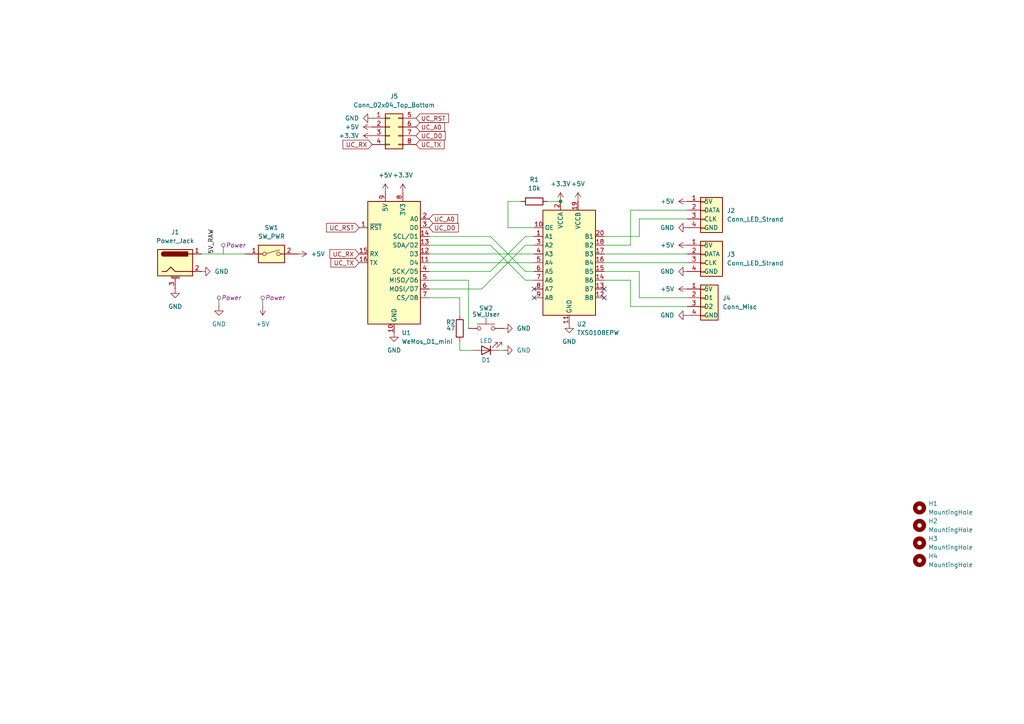
<source format=kicad_sch>
(kicad_sch (version 20231120) (generator "eeschema") (generator_version "8.0")
  (paper "A4")
  (title_block (title "Fairy Lights") (date "2024-11-08") (rev "1") (company "WASPS"))
  (lib_symbols
    (symbol "Connector_Generic:Conn_02x04_Top_Bottom" (pin_names (offset 1.016) hide)
      (property "Reference" "J" (at 1.27 5.08 0))
      (property "Value" "Conn_02x04_Top_Bottom" (at 1.27 -7.62 0))
      (symbol "Conn_02x04_Top_Bottom_1_1"
        (rectangle (start -1.27 -4.953) (end 0 -5.207) (stroke (width 0.1524)))
        (rectangle (start -1.27 -2.413) (end 0 -2.667) (stroke (width 0.1524)))
        (rectangle (start -1.27 0.127) (end 0 -0.127) (stroke (width 0.1524)))
        (rectangle (start -1.27 2.667) (end 0 2.413) (stroke (width 0.1524)))
        (rectangle (start -1.27 3.81) (end 3.81 -6.35) (stroke (width 0.254)) (fill (type background)))
        (rectangle (start 3.81 -4.953) (end 2.54 -5.207) (stroke (width 0.1524)))
        (rectangle (start 3.81 -2.413) (end 2.54 -2.667) (stroke (width 0.1524)))
        (rectangle (start 3.81 0.127) (end 2.54 -0.127) (stroke (width 0.1524)))
        (rectangle (start 3.81 2.667) (end 2.54 2.413) (stroke (width 0.1524)))
        (pin passive line (at -5.08 2.54 0) (length 3.81) (name "Pin_1") (number "1"))
        (pin passive line (at -5.08 0 0) (length 3.81) (name "Pin_2") (number "2"))
        (pin passive line (at -5.08 -2.54 0) (length 3.81) (name "Pin_3") (number "3"))
        (pin passive line (at -5.08 -5.08 0) (length 3.81) (name "Pin_4") (number "4"))
        (pin passive line (at 7.62 2.54 180) (length 3.81) (name "Pin_5") (number "5"))
        (pin passive line (at 7.62 0 180) (length 3.81) (name "Pin_6") (number "6"))
        (pin passive line (at 7.62 -2.54 180) (length 3.81) (name "Pin_7") (number "7"))
        (pin passive line (at 7.62 -5.08 180) (length 3.81) (name "Pin_8") (number "8"))
      )
    )
    (symbol "CustomSymbols:Conn_LED_Strand" (pin_names (offset 1.016))
      (property "Reference" "J" (at 1.27 6.35 0))
      (property "Value" "Conn_LED_Strand" (at 1.27 -6.35 0))
      (symbol "Conn_LED_Strand_1_1"
        (rectangle (start 0 -3.81) (end 1.27 -4.064) (stroke (width 0.1524)))
        (rectangle (start 0 -1.27) (end 1.27 -1.524) (stroke (width 0.1524)))
        (rectangle (start 0 1.27) (end 1.27 1.016) (stroke (width 0.1524)))
        (rectangle (start 0 3.81) (end 1.27 3.556) (stroke (width 0.1524)))
        (rectangle (start 0 4.953) (end 6.35 -5.207) (stroke (width 0.254)) (fill (type background)))
        (pin passive line (at -3.81 3.81 0) (length 3.81) (name "5V") (number "1"))
        (pin passive line (at -3.81 1.27 0) (length 3.81) (name "DATA") (number "2"))
        (pin passive line (at -3.81 -1.27 0) (length 3.81) (name "CLK") (number "3"))
        (pin passive line (at -3.81 -3.81 0) (length 3.81) (name "GND") (number "4"))
      )
    )
    (symbol "CustomSymbols:Conn_Misc" (pin_names (offset 1.016))
      (property "Reference" "J" (at 1.27 6.35 0))
      (property "Value" "Conn_Misc" (at 1.27 -6.35 0))
      (symbol "Conn_Misc_1_1"
        (rectangle (start 0 -3.81) (end 1.27 -4.064) (stroke (width 0.1524)))
        (rectangle (start 0 -1.27) (end 1.27 -1.524) (stroke (width 0.1524)))
        (rectangle (start 0 1.27) (end 1.27 1.016) (stroke (width 0.1524)))
        (rectangle (start 0 3.81) (end 1.27 3.556) (stroke (width 0.1524)))
        (rectangle (start 0 4.953) (end 5.08 -5.207) (stroke (width 0.254)) (fill (type background)))
        (pin passive line (at -3.81 3.81 0) (length 3.81) (name "5V") (number "1"))
        (pin passive line (at -3.81 1.27 0) (length 3.81) (name "D1") (number "2"))
        (pin passive line (at -3.81 -1.27 0) (length 3.81) (name "D2") (number "3"))
        (pin passive line (at -3.81 -3.81 0) (length 3.81) (name "GND") (number "4"))
      )
    )
    (symbol "CustomSymbols:Power_Jack" (pin_names hide)
      (property "Reference" "J1" (at 0 8.89 0))
      (property "Value" "Power_Jack" (at 0 6.35 0))
      (symbol "Power_Jack_0_1"
        (rectangle (start -5.08 3.81) (end 5.08 -3.81) (stroke (width 0.254)) (fill (type background)))
        (arc (start -3.302 3.175) (mid -3.9343 2.54) (end -3.302 1.905) (stroke (width 0.254)))
        (arc (start -3.302 3.175) (mid -3.9343 2.54) (end -3.302 1.905) (stroke (width 0.254)) (fill (type outline)))
        (polyline (pts (xy 5.08 2.54) (xy 3.81 2.54)) (stroke (width 0.254)))
        (polyline (pts (xy -3.81 -2.54) (xy -2.54 -2.54) (xy -1.27 -1.27) (xy 0 -2.54) (xy 2.54 -2.54) (xy 5.08 -2.54)) (stroke (width 0.254)))
        (rectangle (start 3.683 3.175) (end -3.302 1.905) (stroke (width 0.254)) (fill (type outline)))
      )
      (symbol "Power_Jack_1_1"
        (polyline (pts (xy -1.016 -4.572) (xy 1.016 -4.572)) (stroke (width 0.1524)))
        (text "Mounting" (at 0 -4.191 0) (effects (font (size 0.381 0.381))))
        (pin power_out line (at 7.62 2.54 180) (length 2.54) (name "~") (number "1"))
        (pin power_out line (at 7.62 -2.54 180) (length 2.54) (name "~") (number "2"))
        (pin free line (at 0 -7.62 90) (length 3.048) (name "MP") (number "3"))
      )
    )
    (symbol "CustomSymbols:SW_PWR" (pin_names (offset 0) hide)
      (property "Reference" "SW" (at 0 3.81 0))
      (property "Value" "SW_PWR" (at 0 -3.81 0))
      (symbol "SW_PWR_0_0"
        (circle (center -2.032 0) (radius 0.508))
        (polyline (pts (xy -1.524 0.127) (xy 2.3622 1.1684)))
        (circle (center 2.032 0) (radius 0.508))
      )
      (symbol "SW_PWR_0_1"
        (rectangle (start -3.81 2.54) (end 3.81 -2.54) (stroke (width 0.254)) (fill (type background)))
      )
      (symbol "SW_PWR_1_1"
        (pin power_in line (at -7.62 0 0) (length 5.08) (name "~") (number "1"))
        (pin power_out line (at 7.62 0 180) (length 5.08) (name "~") (number "2"))
      )
    )
    (symbol "CustomSymbols:TXS0108EPW"
      (property "Reference" "U" (at -6.35 16.51 0))
      (property "Value" "TXS0108EPW" (at 3.81 16.51 0))
      (symbol "TXS0108EPW_0_1"
        (rectangle (start -7.62 15.24) (end 7.62 -15.24) (stroke (width 0.254)) (fill (type background)))
      )
      (symbol "TXS0108EPW_1_1"
        (pin bidirectional line (at -10.16 7.62 0) (length 2.54) (name "A1") (number "1"))
        (pin input line (at -10.16 10.16 0) (length 2.54) (name "OE") (number "10"))
        (pin power_in line (at 0 -17.78 90) (length 2.54) (name "GND") (number "11"))
        (pin bidirectional line (at 10.16 -10.16 180) (length 2.54) (name "B8") (number "12"))
        (pin bidirectional line (at 10.16 -7.62 180) (length 2.54) (name "B7") (number "13"))
        (pin bidirectional line (at 10.16 -5.08 180) (length 2.54) (name "B6") (number "14"))
        (pin bidirectional line (at 10.16 -2.54 180) (length 2.54) (name "B5") (number "15"))
        (pin bidirectional line (at 10.16 0 180) (length 2.54) (name "B4") (number "16"))
        (pin bidirectional line (at 10.16 2.54 180) (length 2.54) (name "B3") (number "17"))
        (pin bidirectional line (at 10.16 5.08 180) (length 2.54) (name "B2") (number "18"))
        (pin power_in line (at 2.54 17.78 270) (length 2.54) (name "VCCB") (number "19"))
        (pin power_in line (at -2.54 17.78 270) (length 2.54) (name "VCCA") (number "2"))
        (pin bidirectional line (at 10.16 7.62 180) (length 2.54) (name "B1") (number "20"))
        (pin bidirectional line (at -10.16 5.08 0) (length 2.54) (name "A2") (number "3"))
        (pin bidirectional line (at -10.16 2.54 0) (length 2.54) (name "A3") (number "4"))
        (pin bidirectional line (at -10.16 0 0) (length 2.54) (name "A4") (number "5"))
        (pin bidirectional line (at -10.16 -2.54 0) (length 2.54) (name "A5") (number "6"))
        (pin bidirectional line (at -10.16 -5.08 0) (length 2.54) (name "A6") (number "7"))
        (pin bidirectional line (at -10.16 -7.62 0) (length 2.54) (name "A7") (number "8"))
        (pin bidirectional line (at -10.16 -10.16 0) (length 2.54) (name "A8") (number "9"))
      )
    )
    (symbol "Device:LED" (pin_numbers hide) (pin_names (offset 1.016) hide)
      (property "Reference" "D" (at 0 2.54 0))
      (property "Value" "LED" (at 0 -2.54 0))
      (symbol "LED_0_1"
        (polyline (pts (xy -1.27 -1.27) (xy -1.27 1.27)) (stroke (width 0.254)))
        (polyline (pts (xy -1.27 0) (xy 1.27 0)))
        (polyline (pts (xy 1.27 -1.27) (xy 1.27 1.27) (xy -1.27 0) (xy 1.27 -1.27)) (stroke (width 0.254)))
        (polyline (pts (xy -3.048 -0.762) (xy -4.572 -2.286) (xy -3.81 -2.286) (xy -4.572 -2.286) (xy -4.572 -1.524)))
        (polyline (pts (xy -1.778 -0.762) (xy -3.302 -2.286) (xy -2.54 -2.286) (xy -3.302 -2.286) (xy -3.302 -1.524)))
      )
      (symbol "LED_1_1"
        (pin passive line (at -3.81 0 0) (length 2.54) (name "K") (number "1"))
        (pin passive line (at 3.81 0 180) (length 2.54) (name "A") (number "2"))
      )
    )
    (symbol "Device:R" (pin_numbers hide) (pin_names (offset 0))
      (property "Reference" "R" (at 2.032 0 90))
      (property "Value" "R" (at 0 0 90))
      (symbol "R_0_1"
        (rectangle (start -1.016 -2.54) (end 1.016 2.54) (stroke (width 0.254)))
      )
      (symbol "R_1_1"
        (pin passive line (at 0 3.81 270) (length 1.27) (name "~") (number "1"))
        (pin passive line (at 0 -3.81 90) (length 1.27) (name "~") (number "2"))
      )
    )
    (symbol "MCU_Module:WeMos_D1_mini"
      (property "Reference" "U" (at 3.81 19.05 0))
      (property "Value" "WeMos_D1_mini" (at 1.27 -19.05 0))
      (symbol "WeMos_D1_mini_1_1"
        (rectangle (start -7.62 17.78) (end 7.62 -17.78) (stroke (width 0.254)) (fill (type background)))
        (pin input line (at -10.16 10.16 0) (length 2.54) (name "~{RST}") (number "1"))
        (pin power_in line (at 0 -20.32 90) (length 2.54) (name "GND") (number "10"))
        (pin bidirectional line (at 10.16 0 180) (length 2.54) (name "D4") (number "11"))
        (pin bidirectional line (at 10.16 2.54 180) (length 2.54) (name "D3") (number "12"))
        (pin bidirectional line (at 10.16 5.08 180) (length 2.54) (name "SDA/D2") (number "13"))
        (pin bidirectional line (at 10.16 7.62 180) (length 2.54) (name "SCL/D1") (number "14"))
        (pin input line (at -10.16 2.54 0) (length 2.54) (name "RX") (number "15"))
        (pin output line (at -10.16 0 0) (length 2.54) (name "TX") (number "16"))
        (pin input line (at 10.16 12.7 180) (length 2.54) (name "A0") (number "2"))
        (pin bidirectional line (at 10.16 10.16 180) (length 2.54) (name "D0") (number "3"))
        (pin bidirectional line (at 10.16 -2.54 180) (length 2.54) (name "SCK/D5") (number "4"))
        (pin bidirectional line (at 10.16 -5.08 180) (length 2.54) (name "MISO/D6") (number "5"))
        (pin bidirectional line (at 10.16 -7.62 180) (length 2.54) (name "MOSI/D7") (number "6"))
        (pin bidirectional line (at 10.16 -10.16 180) (length 2.54) (name "CS/D8") (number "7"))
        (pin power_out line (at 2.54 20.32 270) (length 2.54) (name "3V3") (number "8"))
        (pin power_in line (at -2.54 20.32 270) (length 2.54) (name "5V") (number "9"))
      )
    )
    (symbol "Mechanical:MountingHole" (pin_names (offset 1.016)) (exclude_from_sim yes) (in_bom no)
      (property "Reference" "H" (at 0 5.08 0))
      (property "Value" "MountingHole" (at 0 3.175 0))
      (symbol "MountingHole_0_1"
        (circle (center 0 0) (radius 1.27) (stroke (width 1.27)))
      )
    )
    (symbol "Switch:SW_Push" (pin_numbers hide) (pin_names (offset 1.016) hide)
      (property "Reference" "SW" (at 1.27 2.54 0))
      (property "Value" "SW_Push" (at 0 -1.524 0))
      (symbol "SW_Push_0_1"
        (circle (center -2.032 0) (radius 0.508))
        (polyline (pts (xy 0 1.27) (xy 0 3.048)))
        (polyline (pts (xy 2.54 1.27) (xy -2.54 1.27)))
        (circle (center 2.032 0) (radius 0.508))
        (pin passive line (at -5.08 0 0) (length 2.54) (name "1") (number "1"))
        (pin passive line (at 5.08 0 180) (length 2.54) (name "2") (number "2"))
      )
    )
    (symbol "power:+3.3V" (power) (pin_numbers hide) (pin_names (offset 0) hide)
      (property "Value" "+3.3V" (at 0 3.556 0))
      (symbol "+3.3V_0_1"
        (polyline (pts (xy -0.762 1.27) (xy 0 2.54)))
        (polyline (pts (xy 0 0) (xy 0 2.54)))
        (polyline (pts (xy 0 2.54) (xy 0.762 1.27)))
      )
      (symbol "+3.3V_1_1"
        (pin power_in line (at 0 0 90) (length 0) (name "~") (number "1"))
      )
    )
    (symbol "power:+5V" (power) (pin_numbers hide) (pin_names (offset 0) hide)
      (property "Value" "+5V" (at 0 3.556 0))
      (symbol "+5V_0_1"
        (polyline (pts (xy -0.762 1.27) (xy 0 2.54)))
        (polyline (pts (xy 0 0) (xy 0 2.54)))
        (polyline (pts (xy 0 2.54) (xy 0.762 1.27)))
      )
      (symbol "+5V_1_1"
        (pin power_in line (at 0 0 90) (length 0) (name "~") (number "1"))
      )
    )
    (symbol "power:GND" (power) (pin_numbers hide) (pin_names (offset 0) hide)
      (property "Value" "GND" (at 0 -3.81 0))
      (symbol "GND_0_1"
        (polyline (pts (xy 0 0) (xy 0 -1.27) (xy 1.27 -1.27) (xy 0 -2.54) (xy -1.27 -1.27) (xy 0 -1.27)))
      )
      (symbol "GND_1_1"
        (pin power_in line (at 0 0 270) (length 0) (name "~") (number "1"))
      )
    )
  )
  (junction (at 162.56 58.42))
  (no_connect (at 154.94 83.82))
  (no_connect (at 154.94 86.36))
  (no_connect (at 175.26 83.82))
  (no_connect (at 175.26 86.36))
  (wire (pts (xy 147.32 66.04) (xy 154.94 66.04)))
  (wire (pts (xy 142.24 71.12) (xy 152.4 81.28)))
  (wire (pts (xy 147.32 58.42) (xy 151.13 58.42)))
  (wire (pts (xy 152.4 71.12) (xy 154.94 71.12)))
  (wire (pts (xy 124.46 81.28) (xy 135.89 81.28)))
  (wire (pts (xy 185.42 68.58) (xy 185.42 63.5)))
  (wire (pts (xy 175.26 78.74) (xy 185.42 78.74)))
  (wire (pts (xy 133.35 101.6) (xy 137.16 101.6)))
  (wire (pts (xy 185.42 78.74) (xy 185.42 86.36)))
  (wire (pts (xy 182.88 60.96) (xy 199.39 60.96)))
  (wire (pts (xy 175.26 68.58) (xy 185.42 68.58)))
  (wire (pts (xy 146.05 101.6) (xy 144.78 101.6)))
  (wire (pts (xy 135.89 81.28) (xy 135.89 95.25)))
  (wire (pts (xy 175.26 76.2) (xy 199.39 76.2)))
  (wire (pts (xy 182.88 71.12) (xy 175.26 71.12)))
  (wire (pts (xy 133.35 86.36) (xy 133.35 91.44)))
  (wire (pts (xy 124.46 78.74) (xy 142.24 78.74)))
  (wire (pts (xy 152.4 78.74) (xy 154.94 78.74)))
  (wire (pts (xy 182.88 60.96) (xy 182.88 71.12)))
  (wire (pts (xy 175.26 73.66) (xy 199.39 73.66)))
  (wire (pts (xy 58.42 73.66) (xy 71.12 73.66)))
  (wire (pts (xy 185.42 63.5) (xy 199.39 63.5)))
  (wire (pts (xy 142.24 68.58) (xy 152.4 78.74)))
  (wire (pts (xy 124.46 83.82) (xy 139.7 83.82)))
  (wire (pts (xy 133.35 99.06) (xy 133.35 101.6)))
  (wire (pts (xy 152.4 81.28) (xy 154.94 81.28)))
  (wire (pts (xy 124.46 71.12) (xy 142.24 71.12)))
  (wire (pts (xy 124.46 86.36) (xy 133.35 86.36)))
  (wire (pts (xy 139.7 83.82) (xy 152.4 71.12)))
  (wire (pts (xy 182.88 81.28) (xy 182.88 88.9)))
  (wire (pts (xy 124.46 68.58) (xy 142.24 68.58)))
  (wire (pts (xy 152.4 68.58) (xy 142.24 78.74)))
  (wire (pts (xy 185.42 86.36) (xy 199.39 86.36)))
  (wire (pts (xy 175.26 81.28) (xy 182.88 81.28)))
  (wire (pts (xy 124.46 73.66) (xy 154.94 73.66)))
  (wire (pts (xy 182.88 88.9) (xy 199.39 88.9)))
  (wire (pts (xy 147.32 66.04) (xy 147.32 58.42)))
  (wire (pts (xy 124.46 76.2) (xy 154.94 76.2)))
  (wire (pts (xy 158.75 58.42) (xy 162.56 58.42)))
  (wire (pts (xy 152.4 68.58) (xy 154.94 68.58)))
  (label "5V_RAW" (at 62.23 73.66 90))
  (global_label "UC_D0" (shape input) (at 124.46 66.04 0) (property "Intersheetrefs" "${INTERSHEET_REFS}" (effects (hide yes))))
  (global_label "UC_D0" (shape input) (at 120.65 39.37 0) (property "Intersheetrefs" "${INTERSHEET_REFS}" (effects (hide yes))))
  (global_label "UC_A0" (shape input) (at 120.65 36.83 0) (property "Intersheetrefs" "${INTERSHEET_REFS}" (effects (hide yes))))
  (global_label "UC_RX" (shape input) (at 104.14 73.66 180) (property "Intersheetrefs" "${INTERSHEET_REFS}" (effects (hide yes))))
  (global_label "UC_RST" (shape input) (at 120.65 34.29 0) (property "Intersheetrefs" "${INTERSHEET_REFS}" (effects (hide yes))))
  (global_label "UC_TX" (shape input) (at 104.14 76.2 180) (property "Intersheetrefs" "${INTERSHEET_REFS}" (effects (hide yes))))
  (global_label "UC_RST" (shape input) (at 104.14 66.04 180) (property "Intersheetrefs" "${INTERSHEET_REFS}" (effects (hide yes))))
  (global_label "UC_TX" (shape input) (at 120.65 41.91 0) (property "Intersheetrefs" "${INTERSHEET_REFS}" (effects (hide yes))))
  (global_label "UC_A0" (shape input) (at 124.46 63.5 0) (property "Intersheetrefs" "${INTERSHEET_REFS}" (effects (hide yes))))
  (global_label "UC_RX" (shape input) (at 107.95 41.91 180) (property "Intersheetrefs" "${INTERSHEET_REFS}" (effects (hide yes))))
  (netclass_flag "" (length 2.54) (shape round) (at 63.5 88.9 0) (property "Netclass" "Power" (at 64.1985 86.36 0) (effects (font (italic yes)) (justify left))))
  (netclass_flag "" (length 2.54) (shape round) (at 64.77 73.66 0) (property "Netclass" "Power" (at 65.4685 71.12 0) (effects (font (italic yes)) (justify left))))
  (netclass_flag "" (length 2.54) (shape round) (at 76.2 88.9 0) (property "Netclass" "Power" (at 76.8985 86.36 0) (effects (font (italic yes)) (justify left))))
  (symbol (lib_id "power:GND") (at 50.8 83.82 0) (unit 1)
    (property "Reference" "#PWR022" (effects (hide yes)))
    (property "Value" "GND" (at 50.8 88.9 0))
    (property "Description" "Power symbol creates a global label with name \"GND\" , ground" (effects (hide yes)))
  )
  (symbol (lib_id "Switch:SW_Push") (at 140.97 95.25 0) (unit 1)
    (property "Reference" "SW2" (at 140.97 89.408 0))
    (property "Value" "SW_User" (at 140.97 91.186 0))
    (property "Footprint" "Connector_PinHeader_2.54mm:PinHeader_1x02_P2.54mm_Vertical" (effects (hide yes)))
    (property "Description" "Push button switch, generic, two pins" (effects (hide yes)))
  )
  (symbol (lib_id "power:GND") (at 63.5 88.9 0) (unit 1)
    (property "Reference" "#PWR021" (effects (hide yes)))
    (property "Value" "GND" (at 63.5 93.98 0))
    (property "Description" "Power symbol creates a global label with name \"GND\" , ground" (effects (hide yes)))
  )
  (symbol (lib_id "Mechanical:MountingHole") (at 266.7 147.32 0) (unit 1) (exclude_from_sim yes) (in_bom no)
    (property "Reference" "H1" (at 269.24 146.0499 0) (effects (justify left)))
    (property "Value" "MountingHole" (at 269.24 148.5899 0) (effects (justify left)))
    (property "Footprint" "MountingHole:MountingHole_2.2mm_M2" (effects (hide yes)))
    (property "Description" "Mounting Hole without connection" (effects (hide yes)))
  )
  (symbol (lib_id "power:+5V") (at 199.39 71.12 90) (unit 1)
    (property "Reference" "#PWR011" (effects (hide yes)))
    (property "Value" "+5V" (at 195.58 71.1199 90) (effects (justify left)))
    (property "Description" "Power symbol creates a global label with name \"+5V\"" (effects (hide yes)))
  )
  (symbol (lib_id "Device:LED") (at 140.97 101.6 180) (unit 1)
    (property "Reference" "D1" (at 140.97 104.394 0))
    (property "Value" "LED" (at 140.97 98.806 0))
    (property "Footprint" "LED_THT:LED_D3.0mm" (effects (hide yes)))
    (property "Description" "Light emitting diode" (effects (hide yes)))
  )
  (symbol (lib_id "power:+5V") (at 199.39 83.82 90) (unit 1)
    (property "Reference" "#PWR013" (effects (hide yes)))
    (property "Value" "+5V" (at 195.58 83.8199 90) (effects (justify left)))
    (property "Description" "Power symbol creates a global label with name \"+5V\"" (effects (hide yes)))
  )
  (symbol (lib_id "power:GND") (at 107.95 34.29 270) (unit 1)
    (property "Reference" "#PWR015" (effects (hide yes)))
    (property "Value" "GND" (at 104.14 34.2899 90) (effects (justify right)))
    (property "Description" "Power symbol creates a global label with name \"GND\" , ground" (effects (hide yes)))
  )
  (symbol (lib_id "CustomSymbols:Conn_LED_Strand") (at 203.2 74.93 0) (unit 1)
    (property "Reference" "J3" (at 210.82 73.7869 0) (effects (justify left)))
    (property "Value" "Conn_LED_Strand" (at 210.82 76.3269 0) (effects (justify left)))
    (property "Footprint" "Connector_PinHeader_2.54mm:PinHeader_1x04_P2.54mm_Vertical" (effects (hide yes)))
    (property "Description" "LED strand connector" (effects (hide yes)))
  )
  (symbol (lib_id "CustomSymbols:Power_Jack") (at 50.8 76.2 0) (unit 1)
    (property "Reference" "J1" (at 50.8 67.31 0))
    (property "Value" "Power_Jack" (at 50.8 69.85 0))
    (property "Footprint" "Connector_BarrelJack:BarrelJack_Horizontal" (effects (hide yes)))
    (property "Description" "Power_Jack" (effects (hide yes)))
  )
  (symbol (lib_id "power:+5V") (at 107.95 36.83 90) (unit 1)
    (property "Reference" "#PWR017" (effects (hide yes)))
    (property "Value" "+5V" (at 104.14 36.8299 90) (effects (justify left)))
    (property "Description" "Power symbol creates a global label with name \"+5V\"" (effects (hide yes)))
  )
  (symbol (lib_id "power:GND") (at 199.39 78.74 270) (unit 1)
    (property "Reference" "#PWR012" (effects (hide yes)))
    (property "Value" "GND" (at 195.58 78.7399 90) (effects (justify right)))
    (property "Description" "Power symbol creates a global label with name \"GND\" , ground" (effects (hide yes)))
  )
  (symbol (lib_id "CustomSymbols:Conn_LED_Strand") (at 203.2 62.23 0) (unit 1)
    (property "Reference" "J2" (at 210.82 61.0869 0) (effects (justify left)))
    (property "Value" "Conn_LED_Strand" (at 210.82 63.6269 0) (effects (justify left)))
    (property "Footprint" "Connector_PinHeader_2.54mm:PinHeader_1x04_P2.54mm_Vertical" (effects (hide yes)))
    (property "Description" "LED strand connector" (effects (hide yes)))
  )
  (symbol (lib_id "power:+5V") (at 199.39 58.42 90) (unit 1)
    (property "Reference" "#PWR09" (effects (hide yes)))
    (property "Value" "+5V" (at 195.58 58.4199 90) (effects (justify left)))
    (property "Description" "Power symbol creates a global label with name \"+5V\"" (effects (hide yes)))
  )
  (symbol (lib_id "CustomSymbols:Conn_Misc") (at 203.2 87.63 0) (unit 1)
    (property "Reference" "J4" (at 209.55 86.4869 0) (effects (justify left)))
    (property "Value" "Conn_Misc" (at 209.55 89.0269 0) (effects (justify left)))
    (property "Footprint" "Connector_PinHeader_2.54mm:PinHeader_1x04_P2.54mm_Vertical" (effects (hide yes)))
    (property "Description" "Miscellaneous connector" (effects (hide yes)))
  )
  (symbol (lib_id "power:+5V") (at 76.2 88.9 180) (unit 1)
    (property "Reference" "#PWR020" (effects (hide yes)))
    (property "Value" "+5V" (at 76.2 93.98 0))
    (property "Description" "Power symbol creates a global label with name \"+5V\"" (effects (hide yes)))
  )
  (symbol (lib_id "power:GND") (at 199.39 66.04 270) (unit 1)
    (property "Reference" "#PWR010" (effects (hide yes)))
    (property "Value" "GND" (at 195.58 66.0399 90) (effects (justify right)))
    (property "Description" "Power symbol creates a global label with name \"GND\" , ground" (effects (hide yes)))
  )
  (symbol (lib_id "power:GND") (at 165.1 93.98 0) (unit 1)
    (property "Reference" "#PWR08" (effects (hide yes)))
    (property "Value" "GND" (at 165.1 99.06 0))
    (property "Description" "Power symbol creates a global label with name \"GND\" , ground" (effects (hide yes)))
  )
  (symbol (lib_id "Mechanical:MountingHole") (at 266.7 152.4 0) (unit 1) (exclude_from_sim yes) (in_bom no)
    (property "Reference" "H2" (at 269.24 151.1299 0) (effects (justify left)))
    (property "Value" "MountingHole" (at 269.24 153.6699 0) (effects (justify left)))
    (property "Footprint" "MountingHole:MountingHole_2.2mm_M2" (effects (hide yes)))
    (property "Description" "Mounting Hole without connection" (effects (hide yes)))
  )
  (symbol (lib_id "power:+5V") (at 167.64 58.42 0) (unit 1)
    (property "Reference" "#PWR06" (effects (hide yes)))
    (property "Value" "+5V" (at 167.64 53.34 0))
    (property "Description" "Power symbol creates a global label with name \"+5V\"" (effects (hide yes)))
  )
  (symbol (lib_id "Mechanical:MountingHole") (at 266.7 157.48 0) (unit 1) (exclude_from_sim yes) (in_bom no)
    (property "Reference" "H3" (at 269.24 156.2099 0) (effects (justify left)))
    (property "Value" "MountingHole" (at 269.24 158.7499 0) (effects (justify left)))
    (property "Footprint" "MountingHole:MountingHole_2.2mm_M2" (effects (hide yes)))
    (property "Description" "Mounting Hole without connection" (effects (hide yes)))
  )
  (symbol (lib_id "power:GND") (at 146.05 95.25 90) (unit 1)
    (property "Reference" "#PWR018" (effects (hide yes)))
    (property "Value" "GND" (at 149.86 95.2499 90) (effects (justify right)))
    (property "Description" "Power symbol creates a global label with name \"GND\" , ground" (effects (hide yes)))
  )
  (symbol (lib_id "power:+3.3V") (at 107.95 39.37 90) (unit 1)
    (property "Reference" "#PWR016" (effects (hide yes)))
    (property "Value" "+3.3V" (at 104.14 39.3699 90) (effects (justify left)))
    (property "Description" "Power symbol creates a global label with name \"+3.3V\"" (effects (hide yes)))
  )
  (symbol (lib_id "power:+3.3V") (at 162.56 58.42 0) (unit 1)
    (property "Reference" "#PWR07" (effects (hide yes)))
    (property "Value" "+3.3V" (at 162.56 53.34 0))
    (property "Description" "Power symbol creates a global label with name \"+3.3V\"" (effects (hide yes)))
  )
  (symbol (lib_id "power:+5V") (at 86.36 73.66 270) (unit 1)
    (property "Reference" "#PWR02" (effects (hide yes)))
    (property "Value" "+5V" (at 90.17 73.6599 90) (effects (justify left)))
    (property "Description" "Power symbol creates a global label with name \"+5V\"" (effects (hide yes)))
  )
  (symbol (lib_id "power:GND") (at 114.3 96.52 0) (unit 1)
    (property "Reference" "#PWR03" (effects (hide yes)))
    (property "Value" "GND" (at 114.3 101.6 0))
    (property "Description" "Power symbol creates a global label with name \"GND\" , ground" (effects (hide yes)))
  )
  (symbol (lib_id "power:GND") (at 146.05 101.6 90) (unit 1)
    (property "Reference" "#PWR019" (effects (hide yes)))
    (property "Value" "GND" (at 149.86 101.5999 90) (effects (justify right)))
    (property "Description" "Power symbol creates a global label with name \"GND\" , ground" (effects (hide yes)))
  )
  (symbol (lib_id "power:+3.3V") (at 116.84 55.88 0) (unit 1)
    (property "Reference" "#PWR05" (effects (hide yes)))
    (property "Value" "+3.3V" (at 116.84 50.8 0))
    (property "Description" "Power symbol creates a global label with name \"+3.3V\"" (effects (hide yes)))
  )
  (symbol (lib_id "Device:R") (at 133.35 95.25 0) (unit 1)
    (property "Reference" "R2" (at 132.08 93.472 0) (effects (justify right)))
    (property "Value" "47" (at 132.08 95.25 0) (effects (justify right)))
    (property "Footprint" "Resistor_THT:R_Axial_DIN0204_L3.6mm_D1.6mm_P7.62mm_Horizontal" (effects (hide yes)))
    (property "Description" "Resistor" (effects (hide yes)))
  )
  (symbol (lib_id "Mechanical:MountingHole") (at 266.7 162.56 0) (unit 1) (exclude_from_sim yes) (in_bom no)
    (property "Reference" "H4" (at 269.24 161.2899 0) (effects (justify left)))
    (property "Value" "MountingHole" (at 269.24 163.8299 0) (effects (justify left)))
    (property "Footprint" "MountingHole:MountingHole_2.2mm_M2" (effects (hide yes)))
    (property "Description" "Mounting Hole without connection" (effects (hide yes)))
  )
  (symbol (lib_id "CustomSymbols:TXS0108EPW") (at 165.1 76.2 0) (unit 1)
    (property "Reference" "U2" (at 167.2941 93.98 0) (effects (justify left)))
    (property "Value" "TXS0108EPW" (at 167.2941 96.52 0) (effects (justify left)))
    (property "Footprint" "CustomLibrary:Texas_TXS0108E_Level_Shifter_Module" (effects (hide yes)))
    (property "Datasheet" "www.ti.com/lit/ds/symlink/txs0108e.pdf" (effects (hide yes)))
    (property "Description" "Bidirectional  level-shifting voltage translator, TSSOP-20" (effects (hide yes)))
  )
  (symbol (lib_id "Device:R") (at 154.94 58.42 90) (unit 1)
    (property "Reference" "R1" (at 154.94 52.07 90))
    (property "Value" "10k" (at 154.94 54.61 90))
    (property "Footprint" "Resistor_THT:R_Axial_DIN0204_L3.6mm_D1.6mm_P7.62mm_Horizontal" (effects (hide yes)))
    (property "Description" "Resistor" (effects (hide yes)))
  )
  (symbol (lib_id "power:GND") (at 58.42 78.74 90) (unit 1)
    (property "Reference" "#PWR01" (effects (hide yes)))
    (property "Value" "GND" (at 62.23 78.7399 90) (effects (justify right)))
    (property "Description" "Power symbol creates a global label with name \"GND\" , ground" (effects (hide yes)))
  )
  (symbol (lib_id "power:GND") (at 199.39 91.44 270) (unit 1)
    (property "Reference" "#PWR014" (effects (hide yes)))
    (property "Value" "GND" (at 195.58 91.4399 90) (effects (justify right)))
    (property "Description" "Power symbol creates a global label with name \"GND\" , ground" (effects (hide yes)))
  )
  (symbol (lib_id "Connector_Generic:Conn_02x04_Top_Bottom") (at 113.03 36.83 0) (unit 1)
    (property "Reference" "J5" (at 114.3 27.94 0))
    (property "Value" "Conn_02x04_Top_Bottom" (at 114.3 30.48 0))
    (property "Footprint" "Connector_PinHeader_2.54mm:PinHeader_2x04_P2.54mm_Vertical" (effects (hide yes)))
    (property "Description" "Generic connector, double row, 02x04, top/bottom pin numbering scheme (row 1: 1...pins_per_row, row2: pins_per_row+1 ... num_pins), script generated (kicad-library-utils/schlib/autogen/connector/)" (effects (hide yes)))
  )
  (symbol (lib_id "power:+5V") (at 111.76 55.88 0) (unit 1)
    (property "Reference" "#PWR04" (effects (hide yes)))
    (property "Value" "+5V" (at 111.76 50.8 0))
    (property "Description" "Power symbol creates a global label with name \"+5V\"" (effects (hide yes)))
  )
  (symbol (lib_id "MCU_Module:WeMos_D1_mini") (at 114.3 76.2 0) (unit 1)
    (property "Reference" "U1" (at 116.4941 96.52 0) (effects (justify left)))
    (property "Value" "WeMos_D1_mini" (at 116.4941 99.06 0) (effects (justify left)))
    (property "Footprint" "Module:WEMOS_D1_mini_light" (effects (hide yes)))
    (property "Datasheet" "https://wiki.wemos.cc/products:d1:d1_mini#documentation" (effects (hide yes)))
    (property "Description" "32-bit microcontroller module with WiFi" (effects (hide yes)))
  )
  (symbol (lib_id "CustomSymbols:SW_PWR") (at 78.74 73.66 0) (unit 1)
    (property "Reference" "SW1" (at 78.74 66.04 0))
    (property "Value" "SW_PWR" (at 78.74 68.58 0))
    (property "Footprint" "Connector_PinHeader_2.54mm:PinHeader_1x02_P2.54mm_Vertical" (effects (hide yes)))
    (property "Description" "1x DIP Switch, Single Pole Single Throw (SPST) switch, small symbol" (effects (hide yes)))
  )
)
</source>
